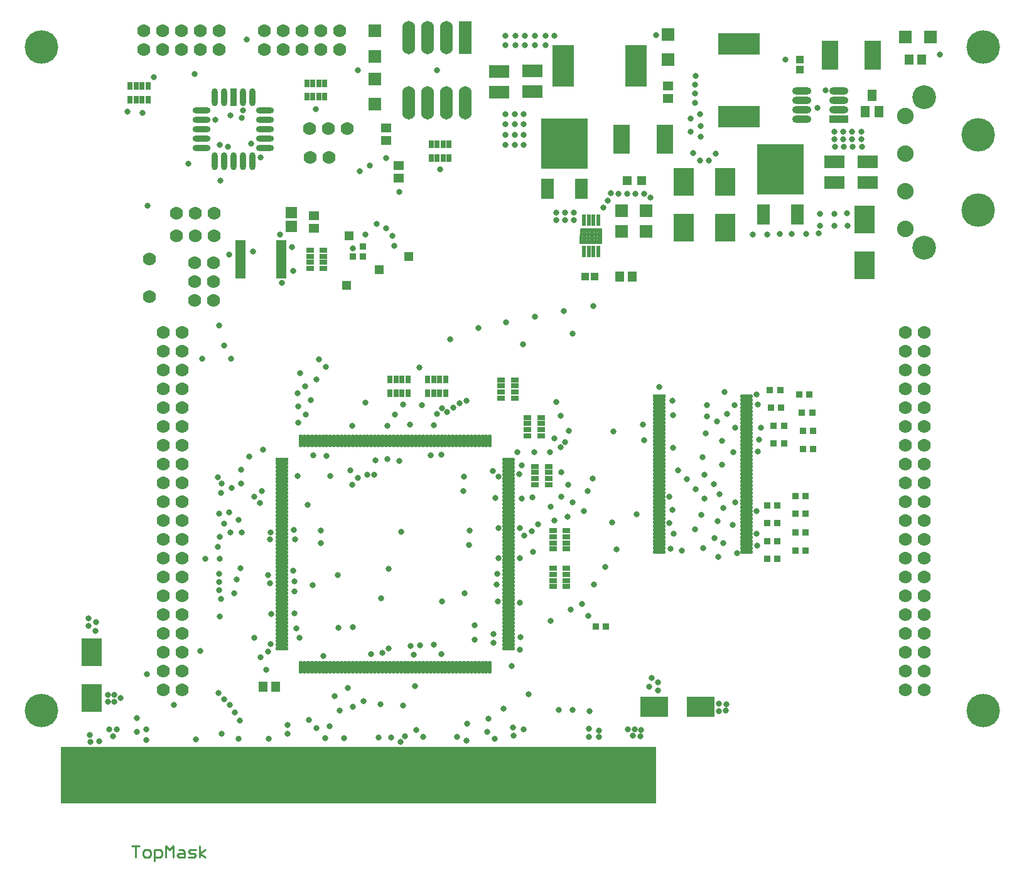
<source format=gts>
%FSLAX24Y24*%
%MOIN*%
G70*
G01*
G75*
%ADD10C,0.0080*%
%ADD11R,0.2400X0.2600*%
%ADD12R,0.0600X0.1000*%
%ADD13R,0.0400X0.0400*%
%ADD14R,0.0300X0.0300*%
%ADD15R,0.0350X0.0200*%
%ADD16R,0.1024X0.1417*%
%ADD17R,0.0630X0.0630*%
%ADD18R,0.0472X0.0433*%
%ADD19R,0.0600X0.0600*%
%ADD20R,0.1024X0.0630*%
%ADD21R,0.0433X0.0472*%
%ADD22R,0.0787X0.1496*%
%ADD23R,0.0354X0.0315*%
%ADD24R,0.1102X0.2126*%
%ADD25R,0.1417X0.1024*%
%ADD26R,0.1024X0.1417*%
%ADD27O,0.0630X0.0115*%
%ADD28R,0.0630X0.0115*%
%ADD29R,0.0315X0.0354*%
%ADD30R,0.0394X0.0551*%
%ADD31R,0.0394X0.0394*%
%ADD32O,0.0866X0.0256*%
%ADD33O,0.0256X0.0866*%
%ADD34R,0.0256X0.0866*%
%ADD35R,0.0945X0.0315*%
%ADD36O,0.0945X0.0315*%
%ADD37R,0.0157X0.0531*%
%ADD38O,0.0400X0.2000*%
%ADD39R,0.2126X0.1102*%
%ADD40O,0.0600X0.1700*%
%ADD41R,0.0600X0.1700*%
%ADD42R,0.0551X0.0512*%
%ADD43R,0.0200X0.0350*%
%ADD44R,0.0500X0.0180*%
%ADD45O,0.0115X0.0630*%
%ADD46O,0.0115X0.0630*%
%ADD47O,0.0630X0.0115*%
%ADD48R,0.0630X0.0114*%
%ADD49C,0.0100*%
%ADD50C,0.0090*%
%ADD51C,0.0070*%
%ADD52C,0.0150*%
%ADD53C,0.0200*%
%ADD54C,0.0800*%
%ADD55C,0.0250*%
%ADD56C,0.0120*%
%ADD57C,0.0197*%
%ADD58R,0.2035X0.2420*%
%ADD59C,0.0620*%
%ADD60C,0.1700*%
%ADD61C,0.1184*%
%ADD62C,0.0800*%
%ADD63C,0.0250*%
%ADD64R,0.0512X0.0551*%
%ADD65C,0.0280*%
%ADD66C,0.0220*%
%ADD67C,0.0079*%
%ADD68C,0.0098*%
%ADD69C,0.0010*%
%ADD70R,3.1600X0.3000*%
%ADD71R,0.2480X0.2680*%
%ADD72R,0.0680X0.1080*%
%ADD73R,0.0480X0.0480*%
%ADD74R,0.0380X0.0380*%
%ADD75R,0.0430X0.0280*%
%ADD76R,0.1104X0.1497*%
%ADD77R,0.0710X0.0710*%
%ADD78R,0.0552X0.0513*%
%ADD79R,0.0680X0.0680*%
%ADD80R,0.1104X0.0710*%
%ADD81R,0.0513X0.0552*%
%ADD82R,0.0867X0.1576*%
%ADD83R,0.0434X0.0395*%
%ADD84R,0.1182X0.2206*%
%ADD85R,0.1497X0.1104*%
%ADD86R,0.1104X0.1497*%
%ADD87O,0.0710X0.0195*%
%ADD88R,0.0710X0.0195*%
%ADD89R,0.0395X0.0434*%
%ADD90R,0.0474X0.0631*%
%ADD91R,0.0474X0.0474*%
%ADD92O,0.0946X0.0336*%
%ADD93O,0.0336X0.0946*%
%ADD94R,0.0336X0.0946*%
%ADD95R,0.1025X0.0395*%
%ADD96O,0.1025X0.0395*%
%ADD97R,0.0237X0.0611*%
%ADD98O,0.0480X0.2080*%
%ADD99R,0.2206X0.1182*%
%ADD100O,0.0680X0.1780*%
%ADD101R,0.0680X0.1780*%
%ADD102R,0.0631X0.0592*%
%ADD103R,0.0280X0.0430*%
%ADD104R,0.0580X0.0260*%
%ADD105O,0.0195X0.0710*%
%ADD106O,0.0195X0.0710*%
%ADD107O,0.0710X0.0195*%
%ADD108R,0.0710X0.0194*%
%ADD109C,0.0700*%
%ADD110C,0.1780*%
%ADD111C,0.1264*%
%ADD112C,0.0880*%
%ADD113C,0.0330*%
D10*
X93879Y52665D02*
Y53425D01*
X93840Y52665D02*
Y53425D01*
X93760Y52665D02*
Y53425D01*
X93680Y52665D02*
Y53425D01*
X93600Y52665D02*
Y53425D01*
X93520Y52665D02*
Y53425D01*
X93440Y52665D02*
Y53425D01*
X93360Y52665D02*
Y53425D01*
X93280Y52665D02*
Y53425D01*
X93200Y52665D02*
Y53425D01*
X93120Y52665D02*
Y53425D01*
X93040Y52665D02*
Y53425D01*
X92960Y52665D02*
Y53425D01*
X92880Y52665D02*
Y53425D01*
X92749D02*
X93879D01*
X92748Y53360D02*
X93879D01*
X92747Y53280D02*
X93879D01*
X92746Y53200D02*
X93879D01*
X92745Y53120D02*
X93879D01*
X92743Y53040D02*
X93879D01*
X92742Y52960D02*
X93879D01*
X92741Y52880D02*
X93879D01*
X92740Y52800D02*
X93879D01*
X92739Y52720D02*
X93879D01*
X92800Y52665D02*
Y53425D01*
X92739Y52665D02*
X92749Y53425D01*
X92739Y52665D02*
X93879D01*
D49*
X68920Y20620D02*
X69320D01*
X69120D01*
Y20020D01*
X69620D02*
X69820D01*
X69920Y20120D01*
Y20320D01*
X69820Y20420D01*
X69620D01*
X69520Y20320D01*
Y20120D01*
X69620Y20020D01*
X70120Y19820D02*
Y20420D01*
X70420D01*
X70519Y20320D01*
Y20120D01*
X70420Y20020D01*
X70120D01*
X70719D02*
Y20620D01*
X70919Y20420D01*
X71119Y20620D01*
Y20020D01*
X71419Y20420D02*
X71619D01*
X71719Y20320D01*
Y20020D01*
X71419D01*
X71319Y20120D01*
X71419Y20220D01*
X71719D01*
X71919Y20020D02*
X72219D01*
X72319Y20120D01*
X72219Y20220D01*
X72019D01*
X71919Y20320D01*
X72019Y20420D01*
X72319D01*
X72519Y20020D02*
Y20620D01*
Y20220D02*
X72819Y20420D01*
X72519Y20220D02*
X72819Y20020D01*
D70*
X80954Y24370D02*
D03*
D71*
X103374Y56590D02*
D03*
X91900Y57950D02*
D03*
D72*
X102474Y54190D02*
D03*
X104274Y54190D02*
D03*
X92800Y55550D02*
D03*
X91000D02*
D03*
D73*
X83630Y51940D02*
D03*
X80317Y50420D02*
D03*
X82054Y51250D02*
D03*
X80470Y53060D02*
D03*
D74*
X81200Y52500D02*
D03*
Y51950D02*
D03*
X80650D02*
D03*
X94104Y32280D02*
D03*
X93554D02*
D03*
X102654Y36830D02*
D03*
X103204D02*
D03*
X104504Y43660D02*
D03*
X105054D02*
D03*
X104354Y44610D02*
D03*
X104904D02*
D03*
X103354Y44860D02*
D03*
X102804D02*
D03*
X102854Y43910D02*
D03*
X103404D02*
D03*
X105104Y41730D02*
D03*
X103204Y37780D02*
D03*
X103004Y42960D02*
D03*
X103554D02*
D03*
X103004Y42030D02*
D03*
X103554D02*
D03*
X104154Y39230D02*
D03*
X104704D02*
D03*
X104154Y38280D02*
D03*
X104704D02*
D03*
X104154Y37280D02*
D03*
X104704D02*
D03*
X103204Y35880D02*
D03*
X104154Y36330D02*
D03*
X104704D02*
D03*
X102654Y37780D02*
D03*
Y35880D02*
D03*
X104554Y41730D02*
D03*
X103204Y38730D02*
D03*
X102654D02*
D03*
X105104Y42680D02*
D03*
X104554D02*
D03*
D75*
X91284Y35370D02*
D03*
Y34730D02*
D03*
Y35050D02*
D03*
X91994Y34730D02*
D03*
Y35370D02*
D03*
Y35050D02*
D03*
Y34410D02*
D03*
X91284D02*
D03*
X90344Y39830D02*
D03*
X91054D02*
D03*
Y40470D02*
D03*
Y40790D02*
D03*
Y40150D02*
D03*
X90344Y40470D02*
D03*
Y40150D02*
D03*
Y40790D02*
D03*
X89940Y42430D02*
D03*
X90650D02*
D03*
Y43070D02*
D03*
Y43390D02*
D03*
Y42750D02*
D03*
X89940Y43070D02*
D03*
Y42750D02*
D03*
Y43390D02*
D03*
X88544Y44430D02*
D03*
X89254D02*
D03*
Y45070D02*
D03*
Y45390D02*
D03*
Y44750D02*
D03*
X88544Y45070D02*
D03*
Y44750D02*
D03*
Y45390D02*
D03*
X91284Y36410D02*
D03*
X91994D02*
D03*
Y37050D02*
D03*
Y37370D02*
D03*
Y36730D02*
D03*
X91284Y37050D02*
D03*
Y36730D02*
D03*
Y37370D02*
D03*
X78394Y51320D02*
D03*
X79104D02*
D03*
Y51960D02*
D03*
Y52280D02*
D03*
Y51640D02*
D03*
X78394Y51960D02*
D03*
Y51640D02*
D03*
Y52280D02*
D03*
D76*
X98219Y55916D02*
D03*
Y53475D02*
D03*
D77*
X94914Y53293D02*
D03*
Y54395D02*
D03*
X96219D02*
D03*
Y53293D02*
D03*
D78*
X82419Y58795D02*
D03*
Y58126D02*
D03*
X83104Y56111D02*
D03*
Y56780D02*
D03*
X97394Y60341D02*
D03*
Y61010D02*
D03*
X78604Y54130D02*
D03*
Y53461D02*
D03*
D79*
X81819Y62595D02*
D03*
Y63945D02*
D03*
Y60045D02*
D03*
X111344Y63610D02*
D03*
X109994D02*
D03*
X81819Y61395D02*
D03*
X97394Y63760D02*
D03*
Y62410D02*
D03*
D80*
X88419Y61795D02*
D03*
Y60693D02*
D03*
X107989Y56995D02*
D03*
Y55893D02*
D03*
X90194Y61810D02*
D03*
Y60708D02*
D03*
X106219Y55893D02*
D03*
Y56995D02*
D03*
D81*
X110194Y62410D02*
D03*
X110863D02*
D03*
X94824Y50900D02*
D03*
X95494D02*
D03*
X76569Y29100D02*
D03*
X75900D02*
D03*
D82*
X97219Y58195D02*
D03*
X94935D02*
D03*
X108264Y62660D02*
D03*
X105980D02*
D03*
D83*
X92982Y50900D02*
D03*
X93494D02*
D03*
D84*
X91835Y62100D02*
D03*
X95694D02*
D03*
D85*
X99115Y28010D02*
D03*
X96674D02*
D03*
D86*
X66794Y30930D02*
D03*
Y28489D02*
D03*
X107819Y51474D02*
D03*
Y53915D02*
D03*
X100419Y55916D02*
D03*
Y53476D02*
D03*
D87*
X101553Y36242D02*
D03*
Y36439D02*
D03*
Y36636D02*
D03*
Y36833D02*
D03*
Y37030D02*
D03*
Y37227D02*
D03*
Y37424D02*
D03*
Y37620D02*
D03*
Y37817D02*
D03*
Y38014D02*
D03*
Y38211D02*
D03*
Y38408D02*
D03*
Y38605D02*
D03*
Y38802D02*
D03*
Y38998D02*
D03*
Y39195D02*
D03*
Y39392D02*
D03*
Y39589D02*
D03*
Y39786D02*
D03*
Y39983D02*
D03*
Y40179D02*
D03*
Y40376D02*
D03*
Y40573D02*
D03*
Y40770D02*
D03*
Y40967D02*
D03*
Y41164D02*
D03*
Y41361D02*
D03*
Y41557D02*
D03*
Y41754D02*
D03*
Y41951D02*
D03*
Y42148D02*
D03*
Y42345D02*
D03*
Y42542D02*
D03*
Y42739D02*
D03*
Y42935D02*
D03*
Y43132D02*
D03*
Y43329D02*
D03*
Y43526D02*
D03*
Y43723D02*
D03*
Y43920D02*
D03*
Y44116D02*
D03*
Y44313D02*
D03*
Y44510D02*
D03*
X96924Y36242D02*
D03*
Y36439D02*
D03*
Y36636D02*
D03*
Y36833D02*
D03*
Y37030D02*
D03*
Y37227D02*
D03*
Y37424D02*
D03*
Y37620D02*
D03*
Y37817D02*
D03*
Y38014D02*
D03*
Y38211D02*
D03*
Y38408D02*
D03*
Y38605D02*
D03*
Y38802D02*
D03*
Y38998D02*
D03*
Y39195D02*
D03*
Y39392D02*
D03*
Y39589D02*
D03*
Y39786D02*
D03*
Y39983D02*
D03*
Y40179D02*
D03*
Y40376D02*
D03*
Y40573D02*
D03*
Y40770D02*
D03*
Y41754D02*
D03*
Y41951D02*
D03*
Y42148D02*
D03*
Y42345D02*
D03*
Y42542D02*
D03*
Y42739D02*
D03*
Y42935D02*
D03*
Y43132D02*
D03*
Y43329D02*
D03*
Y43526D02*
D03*
Y43723D02*
D03*
Y43920D02*
D03*
Y44116D02*
D03*
Y44313D02*
D03*
Y40967D02*
D03*
Y41361D02*
D03*
Y41164D02*
D03*
Y41557D02*
D03*
X88945Y41150D02*
D03*
Y40953D02*
D03*
Y40756D02*
D03*
Y40560D02*
D03*
Y40363D02*
D03*
Y40166D02*
D03*
Y39969D02*
D03*
Y39772D02*
D03*
Y39575D02*
D03*
Y39379D02*
D03*
Y39182D02*
D03*
Y38985D02*
D03*
Y38788D02*
D03*
Y38591D02*
D03*
Y38394D02*
D03*
Y38197D02*
D03*
Y38001D02*
D03*
Y37804D02*
D03*
Y37607D02*
D03*
Y37410D02*
D03*
Y37213D02*
D03*
Y37016D02*
D03*
Y36819D02*
D03*
Y36623D02*
D03*
Y36426D02*
D03*
Y36229D02*
D03*
Y36032D02*
D03*
Y35835D02*
D03*
Y35638D02*
D03*
Y35442D02*
D03*
Y35245D02*
D03*
Y35048D02*
D03*
Y34851D02*
D03*
Y34654D02*
D03*
Y34457D02*
D03*
Y34260D02*
D03*
Y34064D02*
D03*
Y33867D02*
D03*
Y33670D02*
D03*
Y33473D02*
D03*
Y33276D02*
D03*
Y33079D02*
D03*
Y32882D02*
D03*
Y32686D02*
D03*
Y32489D02*
D03*
Y32292D02*
D03*
Y32095D02*
D03*
Y31898D02*
D03*
Y31701D02*
D03*
Y31505D02*
D03*
Y31111D02*
D03*
X76897D02*
D03*
Y31308D02*
D03*
Y31505D02*
D03*
Y31701D02*
D03*
Y31898D02*
D03*
Y32095D02*
D03*
Y32292D02*
D03*
Y32489D02*
D03*
Y32686D02*
D03*
Y32882D02*
D03*
Y33079D02*
D03*
Y33276D02*
D03*
Y33473D02*
D03*
Y33670D02*
D03*
Y33867D02*
D03*
Y34064D02*
D03*
Y34260D02*
D03*
Y34457D02*
D03*
Y34654D02*
D03*
Y34851D02*
D03*
Y35048D02*
D03*
Y35245D02*
D03*
Y35442D02*
D03*
Y35638D02*
D03*
Y35835D02*
D03*
Y36032D02*
D03*
Y36229D02*
D03*
Y36426D02*
D03*
Y36623D02*
D03*
Y36819D02*
D03*
Y37016D02*
D03*
Y37213D02*
D03*
Y37410D02*
D03*
Y37607D02*
D03*
Y37804D02*
D03*
Y38001D02*
D03*
Y38197D02*
D03*
Y38394D02*
D03*
Y38591D02*
D03*
Y38788D02*
D03*
Y38985D02*
D03*
Y39182D02*
D03*
Y39379D02*
D03*
Y39575D02*
D03*
Y39772D02*
D03*
Y39969D02*
D03*
Y40166D02*
D03*
Y40363D02*
D03*
Y40560D02*
D03*
Y40756D02*
D03*
Y40953D02*
D03*
D88*
X96924Y44510D02*
D03*
D89*
X104394Y62410D02*
D03*
Y61898D02*
D03*
D90*
X107864Y59660D02*
D03*
X108238Y60526D02*
D03*
X108612Y59660D02*
D03*
D91*
X96012Y55995D02*
D03*
X95225D02*
D03*
D92*
X72622Y59717D02*
D03*
Y59217D02*
D03*
Y58717D02*
D03*
Y58217D02*
D03*
Y57717D02*
D03*
X76008D02*
D03*
Y58217D02*
D03*
Y58717D02*
D03*
Y59217D02*
D03*
Y59717D02*
D03*
D93*
X73315Y57024D02*
D03*
X73815D02*
D03*
X74315D02*
D03*
X74815D02*
D03*
X75315D02*
D03*
Y60410D02*
D03*
X74815D02*
D03*
X73815D02*
D03*
X73315D02*
D03*
D94*
X74315D02*
D03*
D95*
X106464Y59260D02*
D03*
D96*
Y59760D02*
D03*
Y60260D02*
D03*
Y60760D02*
D03*
X104495Y59260D02*
D03*
Y59760D02*
D03*
Y60260D02*
D03*
Y60760D02*
D03*
D97*
X93694Y53900D02*
D03*
X93438D02*
D03*
X93182D02*
D03*
X92926D02*
D03*
X93694Y52227D02*
D03*
X93438D02*
D03*
X93182D02*
D03*
X92926D02*
D03*
D98*
X89704Y24820D02*
D03*
X72204D02*
D03*
X96204D02*
D03*
X95704D02*
D03*
X95204D02*
D03*
X94704D02*
D03*
X94204D02*
D03*
X93704D02*
D03*
X93204D02*
D03*
X92704D02*
D03*
X92204D02*
D03*
X91704D02*
D03*
X91204D02*
D03*
X89204D02*
D03*
X88704D02*
D03*
X88204D02*
D03*
X87704D02*
D03*
X87204D02*
D03*
X86704D02*
D03*
X86204D02*
D03*
X85704D02*
D03*
X85204D02*
D03*
X84704D02*
D03*
X84204D02*
D03*
X83704D02*
D03*
X83204D02*
D03*
X82704D02*
D03*
X82204D02*
D03*
X81704D02*
D03*
X81204D02*
D03*
X80704D02*
D03*
X80204D02*
D03*
X79704D02*
D03*
X79204D02*
D03*
X78704D02*
D03*
X78204D02*
D03*
X77704D02*
D03*
X77204D02*
D03*
X76704D02*
D03*
X76204D02*
D03*
X75704D02*
D03*
X75204D02*
D03*
X74704D02*
D03*
X74204D02*
D03*
X73704D02*
D03*
X73204D02*
D03*
X72704D02*
D03*
X70704D02*
D03*
X70204D02*
D03*
X69704D02*
D03*
X69204D02*
D03*
X68704D02*
D03*
X68204D02*
D03*
X67704D02*
D03*
X67204D02*
D03*
X66704D02*
D03*
X66204D02*
D03*
X65704D02*
D03*
D99*
X101174Y63248D02*
D03*
Y59390D02*
D03*
D100*
X83619Y60135D02*
D03*
X84619D02*
D03*
X85619D02*
D03*
X86619D02*
D03*
X83619Y63595D02*
D03*
X84619D02*
D03*
X85619D02*
D03*
D101*
X86619D02*
D03*
D102*
X77400Y54300D02*
D03*
Y53552D02*
D03*
D103*
X83594Y44700D02*
D03*
Y45410D02*
D03*
X82954D02*
D03*
X82634D02*
D03*
X83274D02*
D03*
X82954Y44700D02*
D03*
X83274D02*
D03*
X82634D02*
D03*
X85594D02*
D03*
Y45410D02*
D03*
X84954D02*
D03*
X84634D02*
D03*
X85274D02*
D03*
X84954Y44700D02*
D03*
X85274D02*
D03*
X84634D02*
D03*
X84819Y57905D02*
D03*
Y57195D02*
D03*
X85459D02*
D03*
X85779D02*
D03*
X85139D02*
D03*
X85459Y57905D02*
D03*
X85139D02*
D03*
X85779D02*
D03*
X69794Y60300D02*
D03*
Y61010D02*
D03*
X69154D02*
D03*
X68834D02*
D03*
X69474D02*
D03*
X69154Y60300D02*
D03*
X69474D02*
D03*
X68834D02*
D03*
X79174Y60450D02*
D03*
Y61160D02*
D03*
X78534D02*
D03*
X78214D02*
D03*
X78854D02*
D03*
X78534Y60450D02*
D03*
X78854D02*
D03*
X78214D02*
D03*
D104*
X74704Y52430D02*
D03*
X76874Y50930D02*
D03*
Y51180D02*
D03*
Y51430D02*
D03*
Y51680D02*
D03*
Y51930D02*
D03*
Y52180D02*
D03*
Y52430D02*
D03*
Y52680D02*
D03*
X74704Y50930D02*
D03*
Y51180D02*
D03*
Y51430D02*
D03*
Y51680D02*
D03*
Y51930D02*
D03*
Y52180D02*
D03*
Y52680D02*
D03*
D105*
X77901Y42154D02*
D03*
X78098D02*
D03*
X78295D02*
D03*
X78492D02*
D03*
X78689D02*
D03*
X78886D02*
D03*
X79082D02*
D03*
X79279D02*
D03*
X79673D02*
D03*
X79870D02*
D03*
X80067D02*
D03*
X80263D02*
D03*
X80460D02*
D03*
X80657D02*
D03*
X80854D02*
D03*
X81051D02*
D03*
X81248D02*
D03*
X81445D02*
D03*
X81641D02*
D03*
X81838D02*
D03*
X82035D02*
D03*
X82232D02*
D03*
X82429D02*
D03*
X82626D02*
D03*
X82823D02*
D03*
X83019D02*
D03*
X83216D02*
D03*
X83413D02*
D03*
X83610D02*
D03*
X83807D02*
D03*
X84004D02*
D03*
X84200D02*
D03*
X84397D02*
D03*
X84594D02*
D03*
X84791D02*
D03*
X84988D02*
D03*
X85185D02*
D03*
X85382D02*
D03*
X85578D02*
D03*
X85775D02*
D03*
X85972D02*
D03*
X86169D02*
D03*
X86366D02*
D03*
X86563D02*
D03*
X86760D02*
D03*
X86956D02*
D03*
X87153D02*
D03*
X87350D02*
D03*
X87547D02*
D03*
X87744D02*
D03*
X87941D02*
D03*
Y30107D02*
D03*
X87744D02*
D03*
X87547D02*
D03*
X87350D02*
D03*
X87153D02*
D03*
X86956D02*
D03*
X86760D02*
D03*
X86563D02*
D03*
X86366D02*
D03*
X86169D02*
D03*
X85972D02*
D03*
X85775D02*
D03*
X85578D02*
D03*
X85382D02*
D03*
X85185D02*
D03*
X84988D02*
D03*
X84791D02*
D03*
X84594D02*
D03*
X84397D02*
D03*
X84200D02*
D03*
X84004D02*
D03*
X83807D02*
D03*
X83610D02*
D03*
X83413D02*
D03*
X83216D02*
D03*
X83019D02*
D03*
X82823D02*
D03*
X82626D02*
D03*
X82429D02*
D03*
X82232D02*
D03*
X82035D02*
D03*
X81838D02*
D03*
X81641D02*
D03*
X81445D02*
D03*
X81248D02*
D03*
X81051D02*
D03*
X80854D02*
D03*
X80657D02*
D03*
X80460D02*
D03*
X80263D02*
D03*
X80067D02*
D03*
X79870D02*
D03*
X79673D02*
D03*
X79476D02*
D03*
X79279D02*
D03*
X79082D02*
D03*
X78886D02*
D03*
X78689D02*
D03*
X78492D02*
D03*
X78295D02*
D03*
X78098D02*
D03*
D106*
X79476Y42154D02*
D03*
X77901Y30107D02*
D03*
D107*
X88945Y31308D02*
D03*
D108*
X76897Y41150D02*
D03*
D109*
X109994Y47930D02*
D03*
X110994Y43930D02*
D03*
X109994Y42930D02*
D03*
X110994Y38930D02*
D03*
X109994Y37930D02*
D03*
X110994Y33930D02*
D03*
X109994Y32930D02*
D03*
X110994Y28930D02*
D03*
Y29930D02*
D03*
Y30930D02*
D03*
Y31930D02*
D03*
Y32930D02*
D03*
Y34930D02*
D03*
Y35930D02*
D03*
Y36930D02*
D03*
Y37930D02*
D03*
Y39930D02*
D03*
Y40930D02*
D03*
Y41930D02*
D03*
Y42930D02*
D03*
Y44930D02*
D03*
Y45930D02*
D03*
Y46930D02*
D03*
Y47930D02*
D03*
X109994Y28930D02*
D03*
Y29930D02*
D03*
Y30930D02*
D03*
Y31930D02*
D03*
Y33930D02*
D03*
Y34930D02*
D03*
Y35930D02*
D03*
Y36930D02*
D03*
Y38930D02*
D03*
Y39930D02*
D03*
Y40930D02*
D03*
Y41930D02*
D03*
Y43930D02*
D03*
Y44930D02*
D03*
Y45930D02*
D03*
Y46930D02*
D03*
X71594Y47930D02*
D03*
X70594Y29930D02*
D03*
X71594Y28930D02*
D03*
X70594D02*
D03*
X71594Y29930D02*
D03*
X70594Y47930D02*
D03*
X71594Y30930D02*
D03*
X70594D02*
D03*
X71594Y31930D02*
D03*
X70594D02*
D03*
X71594Y32930D02*
D03*
X70594D02*
D03*
X71594Y33930D02*
D03*
X70594D02*
D03*
X71594Y34930D02*
D03*
X70594D02*
D03*
X71594Y35930D02*
D03*
X70594D02*
D03*
X71594Y36930D02*
D03*
X70594D02*
D03*
X71594Y37930D02*
D03*
X70594D02*
D03*
X71594Y38930D02*
D03*
X70594D02*
D03*
X71594Y39930D02*
D03*
X70594D02*
D03*
X71594Y40930D02*
D03*
X70594D02*
D03*
X71594Y41930D02*
D03*
X70594D02*
D03*
X71594Y42930D02*
D03*
X70594D02*
D03*
X71594Y43930D02*
D03*
X70594D02*
D03*
X71594Y44930D02*
D03*
X70594D02*
D03*
X71594Y46930D02*
D03*
X70594D02*
D03*
X71594Y45930D02*
D03*
X70594D02*
D03*
X73574Y63960D02*
D03*
Y62960D02*
D03*
X72574Y63960D02*
D03*
Y62960D02*
D03*
X71574Y63960D02*
D03*
Y62960D02*
D03*
X70574Y63960D02*
D03*
X69574D02*
D03*
X69574Y62960D02*
D03*
X78374Y58760D02*
D03*
X79374Y58760D02*
D03*
X80374D02*
D03*
X70574Y62960D02*
D03*
X75974Y62960D02*
D03*
X76974Y62960D02*
D03*
X77974D02*
D03*
X78974D02*
D03*
X79974D02*
D03*
X75974Y63960D02*
D03*
X76974D02*
D03*
X77974D02*
D03*
X78974D02*
D03*
X79974D02*
D03*
X73254Y49630D02*
D03*
X72254Y51630D02*
D03*
X72254Y49630D02*
D03*
X73254Y50630D02*
D03*
Y51630D02*
D03*
X72254Y50630D02*
D03*
X69854Y49830D02*
D03*
Y51830D02*
D03*
X78394Y57210D02*
D03*
X79394Y57210D02*
D03*
X72304Y54240D02*
D03*
X71304D02*
D03*
X73304D02*
D03*
X72300Y53050D02*
D03*
X73300D02*
D03*
X71300D02*
D03*
D110*
X113852Y58410D02*
D03*
Y54410D02*
D03*
X64114Y27820D02*
D03*
Y63070D02*
D03*
X114114D02*
D03*
Y27820D02*
D03*
D111*
X110994Y60410D02*
D03*
Y52410D02*
D03*
D112*
X109994Y59410D02*
D03*
Y57410D02*
D03*
Y55410D02*
D03*
Y53410D02*
D03*
D113*
X80660Y52370D02*
D03*
X83883Y30789D02*
D03*
X70104Y61490D02*
D03*
X93164Y32860D02*
D03*
X91164Y32590D02*
D03*
X93164Y32860D02*
D03*
X92224Y33180D02*
D03*
X92834Y33470D02*
D03*
X93474Y34510D02*
D03*
X94074Y35440D02*
D03*
X94655Y36392D02*
D03*
X82154Y33780D02*
D03*
X90300Y41562D02*
D03*
X84194Y46050D02*
D03*
X83124Y55400D02*
D03*
X81934Y53700D02*
D03*
X82564Y35340D02*
D03*
X82754Y53040D02*
D03*
X83214Y37330D02*
D03*
X82444Y53450D02*
D03*
X82512Y42943D02*
D03*
X82864Y52530D02*
D03*
X82900Y43538D02*
D03*
X80944Y61860D02*
D03*
X75044Y63480D02*
D03*
X72824Y35870D02*
D03*
X73484Y36530D02*
D03*
X88093Y40553D02*
D03*
X102164Y44100D02*
D03*
X89694Y47280D02*
D03*
X85844Y47550D02*
D03*
X92334Y47860D02*
D03*
X87334Y48150D02*
D03*
X88804Y48440D02*
D03*
X90334Y48738D02*
D03*
X91854Y49050D02*
D03*
X93434Y49320D02*
D03*
X100394Y44760D02*
D03*
X84794Y41380D02*
D03*
X100944Y44060D02*
D03*
X84976Y42992D02*
D03*
X99454Y44040D02*
D03*
X85124Y43570D02*
D03*
X99447Y43450D02*
D03*
X85394Y43870D02*
D03*
X99984Y43180D02*
D03*
X85674Y43680D02*
D03*
X100954Y42840D02*
D03*
X85994Y43910D02*
D03*
X102334Y42850D02*
D03*
X99404Y42550D02*
D03*
X86320Y44140D02*
D03*
X89392Y41566D02*
D03*
X100270Y42140D02*
D03*
X86694Y44300D02*
D03*
X100864Y41540D02*
D03*
X91464Y44220D02*
D03*
X99244Y41290D02*
D03*
X91704Y43500D02*
D03*
X100254Y40890D02*
D03*
X92124Y42700D02*
D03*
X97914Y40580D02*
D03*
X91944Y42090D02*
D03*
X99334Y40350D02*
D03*
X91684Y41820D02*
D03*
X98384Y40110D02*
D03*
X99824Y39860D02*
D03*
X91134Y41550D02*
D03*
X100074Y35990D02*
D03*
X89774Y37120D02*
D03*
X99264Y36440D02*
D03*
X97544Y36410D02*
D03*
X100334Y36710D02*
D03*
X90504Y37710D02*
D03*
X91374Y37910D02*
D03*
X99874Y36990D02*
D03*
X92054Y38120D02*
D03*
X98814Y37460D02*
D03*
X92914Y38410D02*
D03*
X100044Y37880D02*
D03*
X92344Y38900D02*
D03*
X99164Y38211D02*
D03*
X91744Y39180D02*
D03*
X100324Y38600D02*
D03*
X93134Y39480D02*
D03*
X92104Y39820D02*
D03*
X99314Y39070D02*
D03*
X93394Y40150D02*
D03*
X100114Y39320D02*
D03*
X91744Y40470D02*
D03*
X98864Y39590D02*
D03*
X73822Y47225D02*
D03*
X73614Y55980D02*
D03*
X73546Y48287D02*
D03*
X80524Y40600D02*
D03*
X78866Y46481D02*
D03*
X79224Y46079D02*
D03*
X77874Y45737D02*
D03*
X78717Y45415D02*
D03*
X78130Y45043D02*
D03*
X77725Y44670D02*
D03*
X78419Y44307D02*
D03*
X77750Y43984D02*
D03*
X78155Y43546D02*
D03*
X77758Y43124D02*
D03*
X75178Y41330D02*
D03*
X72564Y30990D02*
D03*
X76294Y31351D02*
D03*
X69734Y29750D02*
D03*
X73484Y40220D02*
D03*
X73684Y39900D02*
D03*
X74214Y39650D02*
D03*
X73674Y39390D02*
D03*
X75834Y39470D02*
D03*
X75444Y39170D02*
D03*
X75724Y38860D02*
D03*
X73574Y38280D02*
D03*
X74094Y38350D02*
D03*
X73844Y37750D02*
D03*
X73584Y37060D02*
D03*
X74174Y37270D02*
D03*
X73604Y35900D02*
D03*
X73554Y35100D02*
D03*
Y34640D02*
D03*
X73564Y34230D02*
D03*
X73674Y33740D02*
D03*
X74374Y34060D02*
D03*
X73584Y32820D02*
D03*
X76179Y35006D02*
D03*
X69184Y27420D02*
D03*
X73534Y28750D02*
D03*
X73824Y28430D02*
D03*
X69694Y26820D02*
D03*
X74124Y28130D02*
D03*
X74384Y27720D02*
D03*
X74584Y26320D02*
D03*
X74664Y27270D02*
D03*
X75424Y31690D02*
D03*
X93244Y27780D02*
D03*
X92334Y27850D02*
D03*
X91604Y27860D02*
D03*
X89994Y28690D02*
D03*
X88654Y27911D02*
D03*
X89159Y26920D02*
D03*
X89204Y26470D02*
D03*
X87864Y27380D02*
D03*
X87794Y26700D02*
D03*
X86714Y27120D02*
D03*
X86704Y26210D02*
D03*
X84024Y26800D02*
D03*
X77194Y27050D02*
D03*
X78324Y27320D02*
D03*
X78744Y26870D02*
D03*
X79444Y26990D02*
D03*
X79954Y27820D02*
D03*
X80654Y28030D02*
D03*
X81214Y28320D02*
D03*
X82114Y28160D02*
D03*
X83184Y26160D02*
D03*
X82704Y26380D02*
D03*
X83444Y26450D02*
D03*
X76884Y50560D02*
D03*
X69704Y26260D02*
D03*
X72314Y26290D02*
D03*
X73704Y26580D02*
D03*
X76204Y26310D02*
D03*
X77204Y26580D02*
D03*
X79194Y26350D02*
D03*
X80204D02*
D03*
X82024Y26370D02*
D03*
X84394Y26420D02*
D03*
X86204Y26430D02*
D03*
X88204Y26320D02*
D03*
X89714Y26820D02*
D03*
X67914Y26440D02*
D03*
X68144Y26810D02*
D03*
X67734D02*
D03*
X67204Y26190D02*
D03*
X69194Y26670D02*
D03*
X66704Y26520D02*
D03*
X66714Y26140D02*
D03*
X93194Y26420D02*
D03*
Y26850D02*
D03*
X93744Y26420D02*
D03*
Y26760D02*
D03*
X95954Y26800D02*
D03*
X95934Y26450D02*
D03*
X95624Y26830D02*
D03*
X95514Y26470D02*
D03*
X95254Y26810D02*
D03*
X85124Y61860D02*
D03*
X68684Y59640D02*
D03*
X69484Y59590D02*
D03*
X78694Y59790D02*
D03*
X82419Y57185D02*
D03*
X85304Y56570D02*
D03*
X96867Y28871D02*
D03*
X96850Y29309D02*
D03*
X96412Y29086D02*
D03*
X96536Y29557D02*
D03*
X66994Y32060D02*
D03*
X66614Y32330D02*
D03*
X67014Y32510D02*
D03*
X66634Y32730D02*
D03*
X76071Y29987D02*
D03*
X73354Y59210D02*
D03*
X75264Y57950D02*
D03*
X111814Y62700D02*
D03*
X103624Y62410D02*
D03*
X96754Y63730D02*
D03*
X88233Y39115D02*
D03*
X83725Y31236D02*
D03*
X88390Y37502D02*
D03*
X88144Y31900D02*
D03*
X88390Y40264D02*
D03*
X85356Y41430D02*
D03*
X83690Y43010D02*
D03*
X81854Y41130D02*
D03*
X80614Y42950D02*
D03*
X79279Y41350D02*
D03*
X77543Y37420D02*
D03*
X76294Y37296D02*
D03*
X76261Y36907D02*
D03*
X77584Y36924D02*
D03*
X77502Y35262D02*
D03*
X77559Y34683D02*
D03*
X76278Y34600D02*
D03*
X77559Y34154D02*
D03*
X76319Y32955D02*
D03*
X77559Y32988D02*
D03*
X77832Y31674D02*
D03*
X77650Y32178D02*
D03*
X79082Y30715D02*
D03*
X80387Y29020D02*
D03*
X81641Y30822D02*
D03*
X82234Y30890D02*
D03*
X82574Y31110D02*
D03*
X83950Y29111D02*
D03*
X85372Y30830D02*
D03*
X89109Y30194D02*
D03*
X88114Y31410D02*
D03*
X89564Y31715D02*
D03*
X88374Y33617D02*
D03*
X89523Y33550D02*
D03*
X88299Y34509D02*
D03*
X88316Y35072D02*
D03*
X89523Y35923D02*
D03*
X88382D02*
D03*
X89531Y37502D02*
D03*
X89614Y39081D02*
D03*
X89490Y40388D02*
D03*
X105754Y60770D02*
D03*
X105334Y59850D02*
D03*
X102174Y41590D02*
D03*
X100974Y38880D02*
D03*
X97697Y37220D02*
D03*
X68324Y28470D02*
D03*
X67994Y28280D02*
D03*
X67654Y28270D02*
D03*
X67994Y28640D02*
D03*
X67654D02*
D03*
X100464Y27820D02*
D03*
X100484Y28140D02*
D03*
X100094Y27770D02*
D03*
Y28190D02*
D03*
X96054Y43020D02*
D03*
X102144Y36580D02*
D03*
X101054Y36190D02*
D03*
X102094Y37227D02*
D03*
X100824Y37700D02*
D03*
X102094Y38408D02*
D03*
X102244Y42210D02*
D03*
X100538Y43583D02*
D03*
X102094Y44630D02*
D03*
X97644Y44280D02*
D03*
X97674Y43520D02*
D03*
X96134Y42180D02*
D03*
X97674Y41780D02*
D03*
X97614Y38490D02*
D03*
X97454Y39170D02*
D03*
Y37800D02*
D03*
X74814Y59730D02*
D03*
X74024Y57800D02*
D03*
X74164Y59460D02*
D03*
X74083Y52051D02*
D03*
X75374Y52230D02*
D03*
X75754Y57210D02*
D03*
X73584Y57880D02*
D03*
X74754Y59310D02*
D03*
X94434Y37820D02*
D03*
X94494Y42650D02*
D03*
X74684Y35378D02*
D03*
X89539Y31054D02*
D03*
X90154Y37340D02*
D03*
X90204Y39160D02*
D03*
X74744Y40630D02*
D03*
X74764Y37280D02*
D03*
X74504Y34780D02*
D03*
X90244Y36250D02*
D03*
X91164Y38660D02*
D03*
X84344Y44060D02*
D03*
X83334Y28070D02*
D03*
X74604Y37960D02*
D03*
X74744Y39890D02*
D03*
X83124Y41080D02*
D03*
X78955Y37392D02*
D03*
X79906Y32222D02*
D03*
X80654Y32240D02*
D03*
X86854Y37380D02*
D03*
X78534Y34470D02*
D03*
X85404Y33620D02*
D03*
X86604Y34060D02*
D03*
X87125Y32368D02*
D03*
Y31591D02*
D03*
X84959Y31316D02*
D03*
X84219Y31296D02*
D03*
X79864Y35010D02*
D03*
X86844Y36610D02*
D03*
X86534Y39470D02*
D03*
X86554Y40250D02*
D03*
X82504Y41200D02*
D03*
X79454Y40280D02*
D03*
X80644Y39830D02*
D03*
X78264Y38750D02*
D03*
X77744Y40270D02*
D03*
X78974Y36710D02*
D03*
X93954Y54550D02*
D03*
X94194Y54930D02*
D03*
X96474Y55070D02*
D03*
X96134Y55290D02*
D03*
X95674D02*
D03*
X95224D02*
D03*
X94774D02*
D03*
X94354Y55310D02*
D03*
X89744Y59530D02*
D03*
X92384Y53890D02*
D03*
X91914D02*
D03*
X91464D02*
D03*
X92394Y54270D02*
D03*
X91924D02*
D03*
X91474D02*
D03*
X89744Y57870D02*
D03*
X89274D02*
D03*
X88754D02*
D03*
X89744Y58410D02*
D03*
X89274D02*
D03*
X88754D02*
D03*
X89744Y59000D02*
D03*
X89274D02*
D03*
X88754D02*
D03*
X89274Y59530D02*
D03*
X88754D02*
D03*
X99104Y57040D02*
D03*
X99564D02*
D03*
X98714Y57450D02*
D03*
X99944Y57430D02*
D03*
X98604Y58570D02*
D03*
Y59280D02*
D03*
X99134Y58310D02*
D03*
X99124Y58890D02*
D03*
X99104Y59530D02*
D03*
X98844Y60110D02*
D03*
Y60610D02*
D03*
Y61070D02*
D03*
X98864Y61540D02*
D03*
X105464Y54230D02*
D03*
X106214D02*
D03*
X106904Y54240D02*
D03*
X105474Y53590D02*
D03*
X106224D02*
D03*
X106914Y53600D02*
D03*
X103964Y53160D02*
D03*
X104714D02*
D03*
X105404Y53170D02*
D03*
X101904Y53130D02*
D03*
X102654D02*
D03*
X103344Y53140D02*
D03*
X107684Y57790D02*
D03*
X107184D02*
D03*
X106714D02*
D03*
X106254D02*
D03*
X107674Y58200D02*
D03*
X107174D02*
D03*
X106704D02*
D03*
X106244D02*
D03*
X107654Y58600D02*
D03*
X107154D02*
D03*
X106684D02*
D03*
X106224D02*
D03*
X90884Y63170D02*
D03*
X90344D02*
D03*
X89794D02*
D03*
X89284D02*
D03*
X88754D02*
D03*
X91374Y63680D02*
D03*
X90884D02*
D03*
X90344D02*
D03*
X89794D02*
D03*
X89284D02*
D03*
X88754D02*
D03*
X72264Y61650D02*
D03*
X81014Y56480D02*
D03*
X80934Y40200D02*
D03*
X81444Y40350D02*
D03*
X81320Y53110D02*
D03*
X81804Y40360D02*
D03*
X81574Y56800D02*
D03*
X83334Y44070D02*
D03*
X95714Y38250D02*
D03*
X76162Y30963D02*
D03*
X71154Y28110D02*
D03*
X69754Y54640D02*
D03*
X71944Y56870D02*
D03*
X81334Y44200D02*
D03*
X98134Y36320D02*
D03*
X96914Y45010D02*
D03*
X74184Y46520D02*
D03*
X75906Y41678D02*
D03*
X72654Y46530D02*
D03*
X77444Y52440D02*
D03*
X76804Y53110D02*
D03*
X77504Y51180D02*
D03*
X78568Y41372D02*
D03*
X75757Y30648D02*
D03*
X91375Y42273D02*
D03*
X89614Y40867D02*
D03*
X79706Y28581D02*
D03*
M02*

</source>
